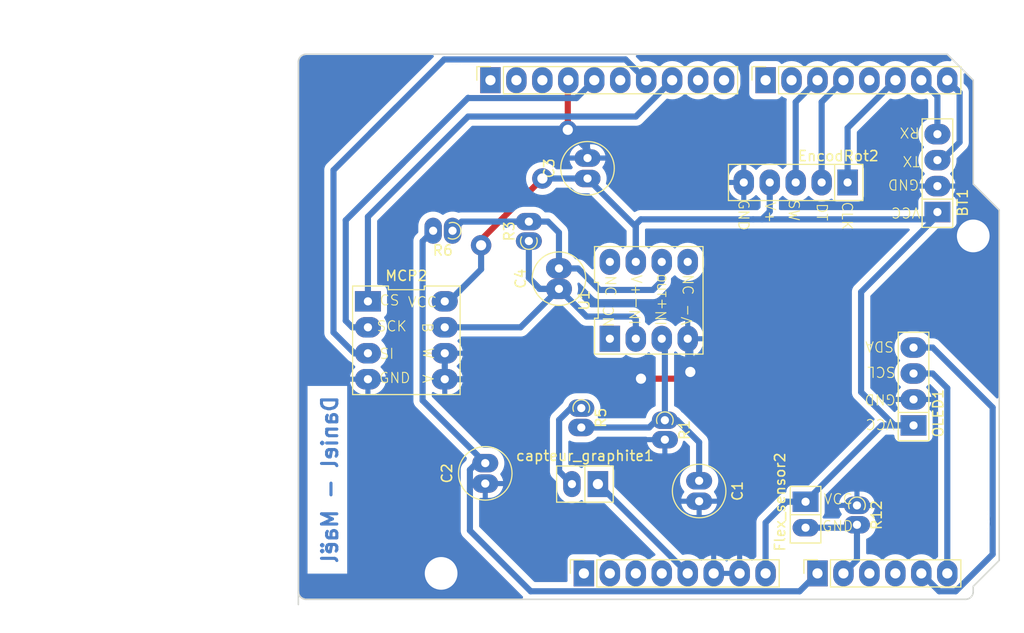
<source format=kicad_pcb>
(kicad_pcb (version 20221018) (generator pcbnew)
  (title_block (date "mar. 31 mars 2015"))
  (layers (0 "F.Cu" signal) (31 "B.Cu" signal) (34 "B.Paste" user) (35 "F.Paste" user) (36 "B.SilkS" user "B.Silkscreen") (37 "F.SilkS" user "F.Silkscreen") (38 "B.Mask" user) (39 "F.Mask" user) (44 "Edge.Cuts" user))
  (net 0 "")
  (net 1 "GND")
  (net 3 "/IOREF")
  (net 4 "/A2")
  (net 5 "/A3")
  (net 6 "/12")
  (net 7 "/AREF")
  (net 8 "/8")
  (net 9 "/7")
  (net 10 "/*9")
  (net 11 "/*6")
  (net 12 "/*3")
  (net 13 "+3V3")
  (net 14 "Vcc")
  (net 15 "/~{RESET}")
  (net 16 "Net-(C4-Pad2)")
  (net 17 "Net-(MCP2-B)")
  (net 18 "Net-(U1-+)")
  (net 21 "Net-(capteur_graphite1-SENSE)")
  (net 23 "A1")
  (net 24 "A0")
  (net 25 "SCL{slash}A5")
  (net 26 "SDA{slash}A4")
  (net 27 "TX")
  (net 28 "RX")
  (net 29 "D2")
  (net 30 "D4")
  (net 31 "D5")
  (net 32 "SCK")
  (net 33 "SI")
  (net 34 "SS")
  (footprint "Connector_PinSocket_2.54mm:PinSocket_1x08_P2.54mm_Vertical" (layer "F.Cu") (at 127.94 97.46 90)
    (fp_text reference "J1" hide)
    (fp_text value "Power")
    (fp_line (start -1.33 1.27) (end -1.33 19.11) (stroke (width 0.12)) (layer "F.SilkS"))
    (fp_line (start -1.33 1.27) (end 1.33 1.27) (stroke (width 0.12)) (layer "F.SilkS"))
    (fp_line (start -1.33 19.11) (end 1.33 19.11) (stroke (width 0.12)) (layer "F.SilkS"))
    (fp_line (start 0 -1.33) (end 1.33 -1.33) (stroke (width 0.12)) (layer "F.SilkS"))
    (fp_line (start 1.33 -1.33) (end 1.33 0) (stroke (width 0.12)) (layer "F.SilkS"))
    (fp_line (start 1.33 1.27) (end 1.33 19.11) (stroke (width 0.12)) (layer "F.SilkS"))
    (pad "1" thru_hole rect locked (at 0 0 90) (size 2.54 2) (drill 1) (layers "*.Cu" "*.Mask"))
    (pad "2" thru_hole oval locked (at 0 2.54 90) (size 2.54 2) (drill 1) (layers "*.Cu" "*.Mask") (net 3 "/IOREF"))
    (pad "3" thru_hole oval locked (at 0 5.08 90) (size 2.54 2) (drill 1) (layers "*.Cu" "*.Mask") (net 15 "/~{RESET}"))
    (pad "4" thru_hole oval locked (at 0 7.62 90) (size 2.54 2) (drill 1) (layers "*.Cu" "*.Mask") (net 13 "+3V3"))
    (pad "5" thru_hole oval locked (at 0 10.16 90) (size 2.54 2) (drill 1) (layers "*.Cu" "*.Mask") (net 14 "Vcc"))
    (pad "6" thru_hole oval locked (at 0 12.7 90) (size 2.54 2) (drill 1) (layers "*.Cu" "*.Mask") (net 1 "GND"))
    (pad "7" thru_hole oval locked (at 0 15.24 90) (size 2.54 2) (drill 1) (layers "*.Cu" "*.Mask") (net 1 "GND"))
    (pad "8" thru_hole oval locked (at 0 17.78 90) (size 2.54 2) (drill 1) (layers "*.Cu" "*.Mask") (net 14 "Vcc"))
  )
  (footprint "Connector_PinSocket_2.54mm:PinSocket_1x06_P2.54mm_Vertical" (layer "F.Cu") (at 150.8 97.46 90)
    (fp_text reference "J3" hide)
    (fp_text value "Analog")
    (fp_line (start -1.33 1.27) (end -1.33 14.03) (stroke (width 0.12)) (layer "F.SilkS"))
    (fp_line (start -1.33 1.27) (end 1.33 1.27) (stroke (width 0.12)) (layer "F.SilkS"))
    (fp_line (start -1.33 14.03) (end 1.33 14.03) (stroke (width 0.12)) (layer "F.SilkS"))
    (fp_line (start 0 -1.33) (end 1.33 -1.33) (stroke (width 0.12)) (layer "F.SilkS"))
    (fp_line (start 1.33 -1.33) (end 1.33 0) (stroke (width 0.12)) (layer "F.SilkS"))
    (fp_line (start 1.33 1.27) (end 1.33 14.03) (stroke (width 0.12)) (layer "F.SilkS"))
    (pad "1" thru_hole rect locked (at 0 0 90) (size 2.54 2) (drill 1) (layers "*.Cu" "*.Mask") (net 24 "A0"))
    (pad "2" thru_hole oval locked (at 0 2.54 90) (size 2.54 2) (drill 1) (layers "*.Cu" "*.Mask") (net 23 "A1"))
    (pad "3" thru_hole oval locked (at 0 5.08 90) (size 2.54 2) (drill 1) (layers "*.Cu" "*.Mask") (net 4 "/A2"))
    (pad "4" thru_hole oval locked (at 0 7.62 90) (size 2.54 2) (drill 1) (layers "*.Cu" "*.Mask") (net 5 "/A3"))
    (pad "5" thru_hole oval locked (at 0 10.16 90) (size 2.54 2) (drill 1) (layers "*.Cu" "*.Mask") (net 26 "SDA{slash}A4"))
    (pad "6" thru_hole oval locked (at 0 12.7 90) (size 2.54 2) (drill 1) (layers "*.Cu" "*.Mask") (net 25 "SCL{slash}A5"))
  )
  (footprint "Connector_PinSocket_2.54mm:PinSocket_1x10_P2.54mm_Vertical" (layer "F.Cu") (at 118.796 49.2 90)
    (fp_text reference "J2" hide)
    (fp_text value "Digital/PWM")
    (fp_line (start -1.33 1.27) (end -1.33 24.19) (stroke (width 0.12)) (layer "F.SilkS"))
    (fp_line (start -1.33 1.27) (end 1.33 1.27) (stroke (width 0.12)) (layer "F.SilkS"))
    (fp_line (start -1.33 24.19) (end 1.33 24.19) (stroke (width 0.12)) (layer "F.SilkS"))
    (fp_line (start 0 -1.33) (end 1.33 -1.33) (stroke (width 0.12)) (layer "F.SilkS"))
    (fp_line (start 1.33 -1.33) (end 1.33 0) (stroke (width 0.12)) (layer "F.SilkS"))
    (fp_line (start 1.33 1.27) (end 1.33 24.19) (stroke (width 0.12)) (layer "F.SilkS"))
    (pad "1" thru_hole rect locked (at 0 0 90) (size 2.54 2) (drill 1) (layers "*.Cu" "*.Mask") (net 25 "SCL{slash}A5"))
    (pad "2" thru_hole oval locked (at 0 2.54 90) (size 2.54 2) (drill 1) (layers "*.Cu" "*.Mask") (net 26 "SDA{slash}A4"))
    (pad "3" thru_hole oval locked (at 0 5.08 90) (size 2.54 2) (drill 1) (layers "*.Cu" "*.Mask") (net 7 "/AREF"))
    (pad "4" thru_hole oval locked (at 0 7.62 90) (size 2.54 2) (drill 1) (layers "*.Cu" "*.Mask") (net 1 "GND"))
    (pad "5" thru_hole oval locked (at 0 10.16 90) (size 2.54 2) (drill 1) (layers "*.Cu" "*.Mask") (net 32 "SCK"))
    (pad "6" thru_hole oval locked (at 0 12.7 90) (size 2.54 2) (drill 1) (layers "*.Cu" "*.Mask") (net 6 "/12"))
    (pad "7" thru_hole oval locked (at 0 15.24 90) (size 2.54 2) (drill 1) (layers "*.Cu" "*.Mask") (net 33 "SI"))
    (pad "8" thru_hole oval locked (at 0 17.78 90) (size 2.54 2) (drill 1) (layers "*.Cu" "*.Mask") (net 34 "SS"))
    (pad "9" thru_hole oval locked (at 0 20.32 90) (size 2.54 2) (drill 1) (layers "*.Cu" "*.Mask") (net 10 "/*9"))
    (pad "10" thru_hole oval locked (at 0 22.86 90) (size 2.54 2) (drill 1) (layers "*.Cu" "*.Mask") (net 8 "/8"))
  )
  (footprint "Connector_PinSocket_2.54mm:PinSocket_1x08_P2.54mm_Vertical" (layer "F.Cu") (at 145.72 49.2 90)
    (fp_text reference "J4" hide)
    (fp_text value "Digital/PWM")
    (fp_line (start -1.33 1.27) (end -1.33 19.11) (stroke (width 0.12)) (layer "F.SilkS"))
    (fp_line (start -1.33 1.27) (end 1.33 1.27) (stroke (width 0.12)) (layer "F.SilkS"))
    (fp_line (start -1.33 19.11) (end 1.33 19.11) (stroke (width 0.12)) (layer "F.SilkS"))
    (fp_line (start 0 -1.33) (end 1.33 -1.33) (stroke (width 0.12)) (layer "F.SilkS"))
    (fp_line (start 1.33 -1.33) (end 1.33 0) (stroke (width 0.12)) (layer "F.SilkS"))
    (fp_line (start 1.33 1.27) (end 1.33 19.11) (stroke (width 0.12)) (layer "F.SilkS"))
    (pad "1" thru_hole rect locked (at 0 0 90) (size 2.54 2) (drill 1) (layers "*.Cu" "*.Mask") (net 9 "/7"))
    (pad "2" thru_hole oval locked (at 0 2.54 90) (size 2.54 2) (drill 1) (layers "*.Cu" "*.Mask") (net 11 "/*6"))
    (pad "3" thru_hole oval locked (at 0 5.08 90) (size 2.54 2) (drill 1) (layers "*.Cu" "*.Mask") (net 31 "D5"))
    (pad "4" thru_hole oval locked (at 0 7.62 90) (size 2.54 2) (drill 1) (layers "*.Cu" "*.Mask") (net 30 "D4"))
    (pad "5" thru_hole oval locked (at 0 10.16 90) (size 2.54 2) (drill 1) (layers "*.Cu" "*.Mask") (net 12 "/*3"))
    (pad "6" thru_hole oval locked (at 0 12.7 90) (size 2.54 2) (drill 1) (layers "*.Cu" "*.Mask") (net 29 "D2"))
    (pad "7" thru_hole oval locked (at 0 15.24 90) (size 2.54 2) (drill 1) (layers "*.Cu" "*.Mask") (net 27 "TX"))
    (pad "8" thru_hole oval locked (at 0 17.78 90) (size 2.54 2) (drill 1) (layers "*.Cu" "*.Mask") (net 28 "RX"))
  )
  (footprint "Library_empreinte_graphite:OLED" (layer "F.Cu") (at 160.198 79.172 90)
    (fp_text reference "OLED1" (at -2.6162 2.413 90) (layer "F.SilkS"))
    (fp_text value "~")
    (fp_text user "VCC" (at -3.0988 -1.778 180 unlocked) (layer "F.SilkS") (effects (font (thickness 0.1)) (justify left bottom)))
    (fp_text user "GND" (at -0.6858 -1.6764 180 unlocked) (layer "F.SilkS") (effects (font (thickness 0.1)) (justify left bottom)))
    (fp_text user "SCL" (at 2.0066 -1.7018 180 unlocked) (layer "F.SilkS") (effects (font (thickness 0.1)) (justify left bottom)))
    (fp_text user "SDA" (at 4.4958 -1.8542 180 unlocked) (layer "F.SilkS") (effects (font (thickness 0.1)) (justify left bottom)))
    (fp_line (start -5.31 -1.5) (end 5.31 -1.5) (stroke (width 0.12)) (layer "F.SilkS"))
    (fp_line (start -5.31 1.5) (end -5.31 -1.5) (stroke (width 0.12)) (layer "F.SilkS"))
    (fp_line (start -2.54 -1.5) (end -2.54 1.5) (stroke (width 0.12)) (layer "F.SilkS"))
    (fp_line (start 5.31 -1.5) (end 5.31 1.5) (stroke (width 0.12)) (layer "F.SilkS"))
    (fp_line (start 5.31 1.5) (end -5.31 1.5) (stroke (width 0.12)) (layer "F.SilkS"))
    (pad "1" thru_hole rect (at -3.81 0 90) (size 2 2.54) (drill 0.8) (layers "*.Cu" "*.Mask") (net 14 "Vcc"))
    (pad "2" thru_hole oval (at -1.27 0 90) (size 2 2.54) (drill 0.8) (layers "*.Cu" "*.Mask") (net 1 "GND"))
    (pad "3" thru_hole oval (at 1.27 0 90) (size 2 2.54) (drill 0.8) (layers "*.Cu" "*.Mask") (net 25 "SCL{slash}A5"))
    (pad "4" thru_hole oval (at 3.81 0 90) (size 2 2.54) (drill 0.8) (layers "*.Cu" "*.Mask") (net 26 "SDA{slash}A4"))
  )
  (footprint "Library_empreinte_graphite:LTC1050" (layer "F.Cu") (at 134.29 70.74)
    (fp_text reference "U1" (at -6.31 0 90) (layer "F.SilkS"))
    (fp_text value "LTC1050")
    (fp_text user "NC" (at 3.2258 -2.6162 -90 unlocked) (layer "F.SilkS") (effects (font (thickness 0.1)) (justify left bottom)))
    (fp_text user "NC" (at -3.3274 2.6924 90 unlocked) (layer "F.SilkS") (effects (font (thickness 0.1)) (justify left bottom)))
    (fp_text user "V-" (at 4.318 2.5146 90 unlocked) (layer "F.SilkS") (effects (font (thickness 0.1)) (justify left bottom)))
    (fp_text user "IN-" (at -0.7366 2.4638 90 unlocked) (layer "F.SilkS") (effects (font (thickness 0.1)) (justify left bottom)))
    (fp_text user "OUT" (at 0.762 -2.6416 270 unlocked) (layer "F.SilkS") (effects (font (size 0.8 0.8) (thickness 0.1)) (justify left bottom)))
    (fp_text user "NC" (at -4.3434 -2.5146 -90 unlocked) (layer "F.SilkS") (effects (font (thickness 0.1)) (justify left bottom)))
    (fp_text user "V+" (at -1.8034 -2.5654 -90 unlocked) (layer "F.SilkS") (effects (font (thickness 0.1)) (justify left bottom)))
    (fp_text user "IN+" (at 1.8034 2.5654 90 unlocked) (layer "F.SilkS") (effects (font (thickness 0.1)) (justify left bottom)))
    (fp_line (start -5.31 -5.26) (end -5.31 -1.753333) (stroke (width 0.12)) (layer "F.SilkS"))
    (fp_line (start -5.31 -1.753333) (end -4.95 -1.753333) (stroke (width 0.12)) (layer "F.SilkS"))
    (fp_line (start -5.31 1.753333) (end -5.31 5.26) (stroke (width 0.12)) (layer "F.SilkS"))
    (fp_line (start -5.31 5.26) (end 5.31 5.26) (stroke (width 0.12)) (layer "F.SilkS"))
    (fp_line (start -4.95 -1.753333) (end -4.95 1.753333) (stroke (width 0.12)) (layer "F.SilkS"))
    (fp_line (start -4.95 1.753333) (end -5.31 1.753333) (stroke (width 0.12)) (layer "F.SilkS"))
    (fp_line (start 5.31 -5.26) (end -5.31 -5.26) (stroke (width 0.12)) (layer "F.SilkS"))
    (fp_line (start 5.31 5.26) (end 5.31 -5.26) (stroke (width 0.12)) (layer "F.SilkS"))
    (pad "1" thru_hole rect (at -3.81 3.76) (size 2 2.54) (drill 0.8) (layers "*.Cu" "*.Mask"))
    (pad "2" thru_hole oval (at -1.27 3.76) (size 2 2.54) (drill 0.8) (layers "*.Cu" "*.Mask") (net 17 "Net-(MCP2-B)"))
    (pad "3" thru_hole oval (at 1.27 3.76) (size 2 2.54) (drill 0.8) (layers "*.Cu" "*.Mask") (net 18 "Net-(U1-+)"))
    (pad "4" thru_hole oval (at 3.81 3.76) (size 2 2.54) (drill 0.8) (layers "*.Cu" "*.Mask") (net 1 "GND"))
    (pad "5" thru_hole oval (at 3.81 -3.76) (size 2 2.54) (drill 0.8) (layers "*.Cu" "*.Mask"))
    (pad "6" thru_hole oval (at 1.27 -3.76) (size 2 2.54) (drill 0.8) (layers "*.Cu" "*.Mask") (net 16 "Net-(C4-Pad2)"))
    (pad "7" thru_hole oval (at -1.27 -3.76) (size 2 2.54) (drill 0.8) (layers "*.Cu" "*.Mask") (net 14 "Vcc"))
    (pad "8" thru_hole oval (at -3.81 -3.76) (size 2 2.54) (drill 0.8) (layers "*.Cu" "*.Mask"))
  )
  (footprint "Capacitor_THT:C_Radial_D5.0mm_H5.0mm_P2.00mm" (layer "F.Cu") (at 125.5016 69.6216 90)
    (fp_text reference "C4" (at 1 -3.75 90) (layer "F.SilkS"))
    (fp_text value "1u")
    (fp_circle (center 1 0) (end 3.62 0) (stroke (width 0.12)) (fill none) (layer "F.SilkS"))
    (pad "1" thru_hole oval (at 0 0 90) (size 2 2.54) (drill 0.8) (layers "*.Cu" "*.Mask") (net 17 "Net-(MCP2-B)"))
    (pad "2" thru_hole oval (at 2 0 90) (size 2 2.54) (drill 0.8) (layers "*.Cu" "*.Mask") (net 16 "Net-(C4-Pad2)"))
  )
  (footprint "Library_empreinte_graphite:Encodeur" (layer "F.Cu") (at 148.6664 59.2076 180)
    (fp_text reference "EncodRot2" (at -4.1656 2.5908) (layer "F.SilkS"))
    (fp_text value "~")
    (fp_text user "SW" (at 0.762 -1.6256 270 unlocked) (layer "F.SilkS") (effects (font (thickness 0.1)) (justify left bottom)))
    (fp_text user "DT" (at -1.9812 -1.9558 270 unlocked) (layer "F.SilkS") (effects (font (thickness 0.1)) (justify left bottom)))
    (fp_text user "CLK" (at -4.445 -1.8034 270 unlocked) (layer "F.SilkS") (effects (font (thickness 0.1)) (justify left bottom)))
    (fp_text user "V+" (at 3.0734 -1.8288 270 unlocked) (layer "F.SilkS") (effects (font (thickness 0.1)) (justify left bottom)))
    (fp_text user "GND" (at 5.6896 -1.6002 270 unlocked) (layer "F.SilkS") (effects (font (thickness 0.1)) (justify left bottom)))
    (fp_line (start -6.58 -1.77) (end 6.58 -1.77) (stroke (width 0.12)) (layer "F.SilkS"))
    (fp_line (start -6.58 1.77) (end -6.58 -1.77) (stroke (width 0.12)) (layer "F.SilkS"))
    (fp_line (start -3.81 -1.77) (end -3.81 1.77) (stroke (width 0.12)) (layer "F.SilkS"))
    (fp_line (start 6.58 -1.77) (end 6.58 1.77) (stroke (width 0.12)) (layer "F.SilkS"))
    (fp_line (start 6.58 1.77) (end -6.58 1.77) (stroke (width 0.12)) (layer "F.SilkS"))
    (pad "1" thru_hole rect (at -5.08 0 180) (size 2 2.54) (drill 0.8) (layers "*.Cu" "*.Mask") (net 29 "D2"))
    (pad "2" thru_hole oval (at -2.54 0 180) (size 2 2.54) (drill 0.8) (layers "*.Cu" "*.Mask") (net 30 "D4"))
    (pad "3" thru_hole oval (at 0 0 180) (size 2 2.54) (drill 0.8) (layers "*.Cu" "*.Mask") (net 31 "D5"))
    (pad "4" thru_hole oval (at 2.54 0 180) (size 2 2.54) (drill 0.8) (layers "*.Cu" "*.Mask") (net 14 "Vcc"))
    (pad "5" thru_hole oval (at 5.08 0 180) (size 2 2.54) (drill 0.8) (layers "*.Cu" "*.Mask") (net 1 "GND"))
  )
  (footprint "Resistor_THT:R_Axial_DIN0204_L3.6mm_D1.6mm_P1.90mm_Vertical" (layer "F.Cu") (at 154.6608 90.8052 -90)
    (fp_text reference "R12" (at 0.95 -1.92 -270) (layer "F.SilkS"))
    (fp_text value "56.4K")
    (fp_arc (start 0.320095 0.749359) (mid -0.813042 -0.054435) (end 0.417133 -0.7) (stroke (width 0.12)) (layer "F.SilkS"))
    (pad "1" thru_hole oval (at 0 0 270) (size 1.7 2.54) (drill 0.8) (layers "*.Cu" "*.Mask") (net 1 "GND"))
    (pad "2" thru_hole oval (at 1.9 0 270) (size 1.7 2.54) (drill 0.8) (layers "*.Cu" "*.Mask") (net 23 "A1"))
  )
  (footprint "Library_empreinte_graphite:Bluetooth" (layer "F.Cu") (at 162.5348 58.2932 90)
    (fp_text reference "BT1" (at -2.8956 2.4638 90) (layer "F.SilkS"))
    (fp_text value "~")
    (fp_text user "RX" (at 4.5466 -1.6764 180 unlocked) (layer "F.SilkS") (effects (font (thickness 0.1)) (justify left bottom)))
    (fp_text user "VCC" (at -3.2766 -1.6002 180 unlocked) (layer "F.SilkS") (effects (font (thickness 0.1)) (justify left bottom)))
    (fp_text user "GND" (at -0.5334 -1.7272 180 unlocked) (layer "F.SilkS") (effects (font (thickness 0.1)) (justify left bottom)))
    (fp_text user "TX" (at 1.7526 -1.6256 180 unlocked) (layer "F.SilkS") (effects (font (thickness 0.1)) (justify left bottom)))
    (fp_line (start -5.31 -1.5) (end 5.31 -1.5) (stroke (width 0.12)) (layer "F.SilkS"))
    (fp_line (start -5.31 1.5) (end -5.31 -1.5) (stroke (width 0.12)) (layer "F.SilkS"))
    (fp_line (start -2.54 -1.5) (end -2.54 1.5) (stroke (width 0.12)) (layer "F.SilkS"))
    (fp_line (start 5.31 -1.5) (end 5.31 1.5) (stroke (width 0.12)) (layer "F.SilkS"))
    (fp_line (start 5.31 1.5) (end -5.31 1.5) (stroke (width 0.12)) (layer "F.SilkS"))
    (pad "1" thru_hole rect (at -3.81 0 90) (size 2 2.54) (drill 0.8) (layers "*.Cu" "*.Mask") (net 14 "Vcc"))
    (pad "2" thru_hole oval (at -1.27 0 90) (size 2 2.54) (drill 0.8) (layers "*.Cu" "*.Mask") (net 1 "GND"))
    (pad "3" thru_hole oval (at 1.27 0 90) (size 2 2.54) (drill 0.8) (layers "*.Cu" "*.Mask") (net 28 "RX"))
    (pad "4" thru_hole oval (at 3.81 0 90) (size 2 2.54) (drill 0.8) (layers "*.Cu" "*.Mask") (net 27 "TX"))
  )
  (footprint "Resistor_THT:R_Axial_DIN0204_L3.6mm_D1.6mm_P1.90mm_Vertical" (layer "F.Cu") (at 127.686 81.2852 -90)
    (fp_text reference "R5" (at 0.95 -1.92 -270) (layer "F.SilkS"))
    (fp_text value "10k")
    (fp_arc (start 0.320095 0.749359) (mid -0.813042 -0.054435) (end 0.417133 -0.7) (stroke (width 0.12)) (layer "F.SilkS"))
    (pad "1" thru_hole oval (at 0 0 270) (size 1.7 2.54) (drill 0.8) (layers "*.Cu" "*.Mask") (net 21 "Net-(capteur_graphite1-SENSE)"))
    (pad "2" thru_hole oval (at 1.9 0 270) (size 1.7 2.54) (drill 0.8) (layers "*.Cu" "*.Mask") (net 18 "Net-(U1-+)"))
  )
  (footprint "Resistor_THT:R_Axial_DIN0204_L3.6mm_D1.6mm_P1.90mm_Vertical" (layer "F.Cu") (at 135.8648 82.474 -90)
    (fp_text reference "R1" (at 0.95 -1.92 90) (layer "F.SilkS"))
    (fp_text value "100K")
    (fp_arc (start 0.320095 0.749359) (mid -0.813042 -0.054435) (end 0.417133 -0.7) (stroke (width 0.12)) (layer "F.SilkS"))
    (pad "1" thru_hole oval (at 0 0 270) (size 1.7 2.54) (drill 0.8) (layers "*.Cu" "*.Mask") (net 18 "Net-(U1-+)"))
    (pad "2" thru_hole oval (at 1.9 0 270) (size 1.7 2.54) (drill 0.8) (layers "*.Cu" "*.Mask") (net 1 "GND"))
  )
  (footprint "Library_empreinte_graphite:FLEX" (layer "F.Cu") (at 149.6316 91.7196 -90)
    (fp_text reference "Flex_sensor2" (at -1.2446 2.5 90) (layer "F.SilkS"))
    (fp_text value "~")
    (fp_text user "VCC" (at -0.9398 -1.7018 unlocked) (layer "F.SilkS") (effects (font (thickness 0.1)) (justify left bottom)))
    (fp_text user "GND" (at 1.7018 -1.5494 unlocked) (layer "F.SilkS") (effects (font (thickness 0.1)) (justify left bottom)))
    (fp_line (start -2.77 -1.5) (end 2.77 -1.5) (stroke (width 0.12)) (layer "F.SilkS"))
    (fp_line (start -2.77 1.5) (end -2.77 -1.5) (stroke (width 0.12)) (layer "F.SilkS"))
    (fp_line (start 0 -1.5) (end 0 1.5) (stroke (width 0.12)) (layer "F.SilkS"))
    (fp_line (start 2.77 -1.5) (end 2.77 1.5) (stroke (width 0.12)) (layer "F.SilkS"))
    (fp_line (start 2.77 1.5) (end -2.77 1.5) (stroke (width 0.12)) (layer "F.SilkS"))
    (pad "1" thru_hole rect (at -1.27 0 270) (size 2 2.54) (drill 0.8) (layers "*.Cu" "*.Mask") (net 14 "Vcc"))
    (pad "2" thru_hole oval (at 1.27 0 270) (size 1.7 2.54) (drill 0.8) (layers "*.Cu" "*.Mask") (net 23 "A1"))
  )
  (footprint "Arduino_MountingHole:MountingHole_3.2mm" (layer "F.Cu") (at 115.24 49.2)
    (fp_text reference "MH1" hide)
    (fp_text value "MountingHole_3.2mm" hide)
    (pad "" np_thru_hole circle locked (at 0 0) (size 3.2 3.2) (drill 3.2) (layers "*.Cu" "*.Mask"))
  )
  (footprint "Resistor_THT:R_Axial_DIN0204_L3.6mm_D1.6mm_P1.90mm_Vertical" (layer "F.Cu") (at 122.5552 64.9386 90)
    (fp_text reference "R3" (at 0.95 -1.92 90) (layer "F.SilkS"))
    (fp_text value "100k")
    (fp_arc (start 0.320095 0.749359) (mid -0.813042 -0.054435) (end 0.417133 -0.7) (stroke (width 0.12)) (layer "F.SilkS"))
    (pad "1" thru_hole oval (at 0 0 90) (size 1.7 2.54) (drill 0.8) (layers "*.Cu" "*.Mask") (net 17 "Net-(MCP2-B)"))
    (pad "2" thru_hole oval (at 1.9 0 90) (size 1.7 2.54) (drill 0.8) (layers "*.Cu" "*.Mask") (net 16 "Net-(C4-Pad2)"))
  )
  (footprint "Capacitor_THT:C_Radial_D5.0mm_H5.0mm_P2.00mm" (layer "F.Cu") (at 118.288 88.6716 90)
    (fp_text reference "C2" (at 1 -3.75 90) (layer "F.SilkS"))
    (fp_text value "100n")
    (fp_circle (center 1 0) (end 3.62 0) (stroke (width 0.12)) (fill none) (layer "F.SilkS"))
    (pad "1" thru_hole oval (at 0 0 90) (size 1.8 2.54) (drill 0.8) (layers "*.Cu" "*.Mask") (net 1 "GND"))
    (pad "2" thru_hole oval (at 2 0 90) (size 1.8 2.54) (drill 0.8) (layers "*.Cu" "*.Mask") (net 24 "A0"))
  )
  (footprint "Capacitor_THT:C_Radial_D5.0mm_H5.0mm_P2.00mm" (layer "F.Cu") (at 139.2176 88.3988 -90)
    (fp_text reference "C1" (at 1 -3.75 -90) (layer "F.SilkS"))
    (fp_text value "100N")
    (fp_circle (center 1 0) (end 3.62 0) (stroke (width 0.12)) (fill none) (layer "F.SilkS"))
    (pad "1" thru_hole oval (at 0 0 270) (size 1.7 2.54) (drill 0.8) (layers "*.Cu" "*.Mask") (net 18 "Net-(U1-+)"))
    (pad "2" thru_hole oval (at 2 0 270) (size 1.7 2.54) (drill 0.8) (layers "*.Cu" "*.Mask") (net 1 "GND"))
  )
  (footprint "Arduino_MountingHole:MountingHole_3.2mm" (layer "F.Cu") (at 113.97 97.46)
    (fp_text reference "MH2" hide)
    (fp_text value "MountingHole_3.2mm" hide)
    (pad "" np_thru_hole circle locked (at 0 0) (size 3.2 3.2) (drill 3.2) (layers "*.Cu" "*.Mask"))
  )
  (footprint "Arduino_MountingHole:MountingHole_3.2mm" (layer "F.Cu") (at 166.04 64.44)
    (fp_text reference "MH3" hide)
    (fp_text value "MountingHole_3.2mm" hide)
    (pad "" np_thru_hole circle locked (at 0 0) (size 3.2 3.2) (drill 3.2) (layers "*.Cu" "*.Mask"))
  )
  (footprint "Capacitor_THT:C_Radial_D5.0mm_H5.0mm_P2.00mm" (layer "F.Cu") (at 128.2956 58.82 90)
    (fp_text reference "C3" (at 1 -3.75 90) (layer "F.SilkS"))
    (fp_text value "100N")
    (fp_circle (center 1 0) (end 3.62 0) (stroke (width 0.12)) (fill none) (layer "F.SilkS"))
    (pad "1" thru_hole oval (at 0 0 90) (size 1.7 2.54) (drill 0.8) (layers "*.Cu" "*.Mask") (net 14 "Vcc"))
    (pad "2" thru_hole oval (at 2 0 90) (size 1.7 2.54) (drill 0.8) (layers "*.Cu" "*.Mask") (net 1 "GND"))
  )
  (footprint "Arduino_MountingHole:MountingHole_3.2mm" (layer "F.Cu") (at 166.04 92.38)
    (fp_text reference "MH4" hide)
    (fp_text value "MountingHole_3.2mm" hide)
    (pad "" np_thru_hole circle locked (at 0 0) (size 3.2 3.2) (drill 3.2) (layers "*.Cu" "*.Mask"))
  )
  (footprint "Library_empreinte_graphite:MCP41050" (layer "F.Cu") (at 110.5672 74.6508 -90)
    (fp_text reference "MCP2" (at -6.31 0) (layer "F.SilkS"))
    (fp_text value "~")
    (fp_text user "SI" (at 1.905 2.6924 unlocked) (layer "F.SilkS") (effects (font (thickness 0.1)) (justify left bottom)))
    (fp_text user "W" (at 0.635 -1.5494 -90 unlocked) (layer "F.SilkS") (effects (font (thickness 0.1)) (justify left bottom)))
    (fp_text user "GND" (at 4.2672 2.7178 unlocked) (layer "F.SilkS") (effects (font (thickness 0.1)) (justify left bottom)))
    (fp_text user "A" (at 3.2766 -1.4986 -90 unlocked) (layer "F.SilkS") (effects (font (thickness 0.1)) (justify left bottom)))
    (fp_text user "CS" (at -3.3274 2.6924 unlocked) (layer "F.SilkS") (effects (font (thickness 0.1)) (justify left bottom)))
    (fp_text user "VCC" (at -3.1496 -0.0762 unlocked) (layer "F.SilkS") (effects (font (thickness 0.1)) (justify left bottom)))
    (fp_text user "SCK" (at -0.7874 2.9718 unlocked) (layer "F.SilkS") (effects (font (thickness 0.1)) (justify left bottom)))
    (fp_text user "B" (at -1.8034 -1.4732 -90 unlocked) (layer "F.SilkS") (effects (font (thickness 0.1)) (justify left bottom)))
    (fp_line (start -5.31 -5.26) (end -5.31 -1.753333) (stroke (width 0.12)) (layer "F.SilkS"))
    (fp_line (start -5.31 -1.753333) (end -4.95 -1.753333) (stroke (width 0.12)) (layer "F.SilkS"))
    (fp_line (start -5.31 1.753333) (end -5.31 5.26) (stroke (width 0.12)) (layer "F.SilkS"))
    (fp_line (start -5.31 5.26) (end 5.31 5.26) (stroke (width 0.12)) (layer "F.SilkS"))
    (fp_line (start -4.95 -1.753333) (end -4.95 1.753333) (stroke (width 0.12)) (layer "F.SilkS"))
    (fp_line (start -4.95 1.753333) (end -5.31 1.753333) (stroke (width 0.12)) (layer "F.SilkS"))
    (fp_line (start 5.31 -5.26) (end -5.31 -5.26) (stroke (width 0.12)) (layer "F.SilkS"))
    (fp_line (start 5.31 5.26) (end 5.31 -5.26) (stroke (width 0.12)) (layer "F.SilkS"))
    (pad "1" thru_hole rect (at -3.81 3.76 270) (size 2 2.54) (drill 0.8) (layers "*.Cu" "*.Mask") (net 34 "SS"))
    (pad "2" thru_hole oval (at -1.27 3.76 270) (size 2 2.54) (drill 0.8) (layers "*.Cu" "*.Mask") (net 32 "SCK"))
    (pad "3" thru_hole oval (at 1.27 3.76 270) (size 2 2.54) (drill 0.8) (layers "*.Cu" "*.Mask") (net 33 "SI"))
    (pad "4" thru_hole oval (at 3.81 3.76 270) (size 2 2.54) (drill 0.8) (layers "*.Cu" "*.Mask") (net 1 "GND"))
    (pad "5" thru_hole oval (at 3.81 -3.76 270) (size 2 2.54) (drill 0.8) (layers "*.Cu" "*.Mask") (net 1 "GND"))
    (pad "6" thru_hole oval (at 1.27 -3.76 270) (size 2 2.54) (drill 0.8) (layers "*.Cu" "*.Mask") (net 1 "GND"))
    (pad "7" thru_hole oval (at -1.27 -3.76 270) (size 2 2.54) (drill 0.8) (layers "*.Cu" "*.Mask") (net 17 "Net-(MCP2-B)"))
    (pad "8" thru_hole oval (at -3.81 -3.76 270) (size 2 2.54) (drill 0.8) (layers "*.Cu" "*.Mask") (net 14 "Vcc"))
  )
  (footprint "Library_empreinte_graphite:Capteur_graphite" (layer "F.Cu") (at 128.0416 88.7224 180)
    (fp_text reference "capteur_graphite1" (at 0 2.77) (layer "F.SilkS"))
    (fp_text value "~")
    (fp_line (start -2.77 -1.77) (end 2.77 -1.77) (stroke (width 0.12)) (layer "F.SilkS"))
    (fp_line (start -2.77 1.77) (end -2.77 -1.77) (stroke (width 0.12)) (layer "F.SilkS"))
    (fp_line (start 0 -1.77) (end 0 1.77) (stroke (width 0.12)) (layer "F.SilkS"))
    (fp_line (start 2.77 -1.77) (end 2.77 1.77) (stroke (width 0.12)) (layer "F.SilkS"))
    (fp_line (start 2.77 1.77) (end -2.77 1.77) (stroke (width 0.12)) (layer "F.SilkS"))
    (pad "1" thru_hole rect (at -1.27 0 180) (size 2 2.54) (drill 1) (layers "*.Cu" "*.Mask") (net 14 "Vcc"))
    (pad "2" thru_hole oval (at 1.27 0 180) (size 1.7 2.54) (drill 0.8) (layers "*.Cu" "*.Mask") (net 21 "Net-(capteur_graphite1-SENSE)"))
  )
  (footprint "Resistor_THT:R_Axial_DIN0204_L3.6mm_D1.6mm_P1.90mm_Vertical" (layer "F.Cu") (at 115.0876 63.932 180)
    (fp_text reference "R6" (at 0.95 -1.92) (layer "F.SilkS"))
    (fp_text value "1k")
    (fp_arc (start 0.320095 0.749359) (mid -0.813042 -0.054435) (end 0.417133 -0.7) (stroke (width 0.12)) (layer "F.SilkS"))
    (pad "1" thru_hole oval (at 0 0 180) (size 1.7 2.54) (drill 0.8) (layers "*.Cu" "*.Mask") (net 16 "Net-(C4-Pad2)"))
    (pad "2" thru_hole oval (at 1.9 0 180) (size 1.7 2.54) (drill 0.8) (layers "*.Cu" "*.Mask") (net 24 "A0"))
  )
  (gr_line (start 166.04 59.36) (end 168.58 61.9) (stroke (width 0.15)) (layer "Edge.Cuts"))
  (gr_line (start 100 100.508) (end 100 47.422) (stroke (width 0.15)) (layer "Edge.Cuts"))
  (gr_line (start 168.58 61.9) (end 168.58 96.19) (stroke (width 0.15)) (layer "Edge.Cuts"))
  (gr_line (start 165.278 100) (end 100.762 100) (stroke (width 0.15)) (layer "Edge.Cuts"))
  (gr_line (start 100.762 46.66) (end 163.5 46.66) (stroke (width 0.15)) (layer "Edge.Cuts"))
  (gr_arc (start 100.762 100) (mid 100.223185 99.776815) (end 100 99.238) (stroke (width 0.15)) (layer "Edge.Cuts"))
  (gr_line (start 168.58 96.19) (end 166.04 98.73) (stroke (width 0.15)) (layer "Edge.Cuts"))
  (gr_line (start 163.5 46.66) (end 166.04 49.2) (stroke (width 0.15)) (layer "Edge.Cuts"))
  (gr_arc (start 166.04 99.238) (mid 165.816815 99.776815) (end 165.278 100) (stroke (width 0.15)) (layer "Edge.Cuts"))
  (gr_line (start 166.04 49.2) (end 166.04 59.36) (stroke (width 0.15)) (layer "Edge.Cuts"))
  (gr_line (start 166.04 98.73) (end 166.04 99.238) (stroke (width 0.15)) (layer "Edge.Cuts"))
  (gr_arc (start 100 47.422) (mid 100.223185 46.883185) (end 100.762 46.66) (stroke (width 0.15)) (layer "Edge.Cuts"))
  (gr_text "Daniel - Maël" (at 103.9624 79.934 90) (layer "B.Cu") (effects (font (size 1.5 1.5) (thickness 0.3) bold) (justify left bottom mirror)))
  (segment (start 135.6616 78.41) (end 137.6936 78.41) (width 0.6) (layer "F.Cu") (net 1))
  (segment (start 133.528 78.41) (end 135.6616 78.41) (width 0.6) (layer "F.Cu") (net 1))
  (segment (start 137.6936 78.41) (end 138.354 77.7496) (width 0.6) (layer "F.Cu") (net 1))
  (segment (start 126.3652 49.2508) (end 126.416 49.2) (width 0.6) (layer "F.Cu") (net 1))
  (segment (start 126.3652 54.0555) (end 126.3652 49.2508) (width 0.6) (layer "F.Cu") (net 1))
  (via (at 126.3652 54.0555) (size 1.8) (drill 1) (layers "F.Cu" "B.Cu") (net 1))
  (via (at 133.528 78.41) (size 2) (drill 1) (layers "F.Cu" "B.Cu") (net 1))
  (via (at 138.354 77.7496) (size 2) (drill 1) (layers "F.Cu" "B.Cu") (net 1))
  (segment (start 128.2956 55.9859) (end 126.3652 54.0555) (width 0.6) (layer "B.Cu") (net 1))
  (segment (start 128.6512 57.1756) (end 128.2956 56.82) (width 0.6) (layer "B.Cu") (net 1))
  (segment (start 138.354 77.7496) (end 138.354 74.754) (width 0.6) (layer "B.Cu") (net 1))
  (segment (start 133.4772 78.4608) (end 133.528 78.41) (width 0.6) (layer "B.Cu") (net 1))
  (segment (start 128.2956 56.82) (end 128.2956 55.9859) (width 0.6) (layer "B.Cu") (net 1))
  (segment (start 114.3272 78.4608) (end 114.3272 75.9208) (width 0.6) (layer "B.Cu") (net 1))
  (segment (start 107.224206 78.4608) (end 106.8072 78.4608) (width 0.6) (layer "B.Cu") (net 1))
  (segment (start 114.3272 78.4608) (end 133.4772 78.4608) (width 0.6) (layer "B.Cu") (net 1))
  (segment (start 138.354 74.754) (end 138.1 74.5) (width 0.6) (layer "B.Cu") (net 1))
  (segment (start 106.8072 78.4608) (end 107.228672 78.4608) (width 0.6) (layer "B.Cu") (net 1))
  (segment (start 117.8816 65.3544) (end 117.8816 64.817326) (width 0.6) (layer "F.Cu") (net 14))
  (segment (start 132.8168 66.7768) (end 133.02 66.98) (width 0.6) (layer "F.Cu") (net 14))
  (segment (start 117.8816 64.817326) (end 123.878926 58.82) (width 0.6) (layer "F.Cu") (net 14))
  (via (at 123.878926 58.82) (size 2) (drill 1) (layers "F.Cu" "B.Cu") (net 14))
  (via (at 117.8816 65.3544) (size 2) (drill 1) (layers "F.Cu" "B.Cu") (net 14))
  (segment (start 145.72 92.4912) (end 147.7616 90.4496) (width 0.6) (layer "B.Cu") (net 14))
  (segment (start 138.1 97.46) (end 129.3624 88.7224) (width 0.6) (layer "B.Cu") (net 14))
  (segment (start 158.328 82.982) (end 160.198 82.982) (width 0.6) (layer "B.Cu") (net 14))
  (segment (start 155.0672 69.9264) (end 155.0672 79.7212) (width 0.6) (layer "B.Cu") (net 14))
  (segment (start 133.02 66.98) (end 133.02 63.3073) (width 0.6) (layer "B.Cu") (net 14))
  (segment (start 129.3624 88.7224) (end 129.3116 88.7224) (width 0.6) (layer "B.Cu") (net 14))
  (segment (start 155.0672 79.7212) (end 158.328 82.982) (width 0.6) (layer "B.Cu") (net 14))
  (segment (start 162.1792 62.8144) (end 155.0672 69.9264) (width 0.6) (layer "B.Cu") (net 14))
  (segment (start 133.02 66.9292) (end 133.02 66.98) (width 0.6) (layer "B.Cu") (net 14))
  (segment (start 133.02 66.98) (end 133.02 63.5444) (width 0.6) (layer "B.Cu") (net 14))
  (segment (start 144.5008 62.8144) (end 145.3644 62.8144) (width 0.6) (layer "B.Cu") (net 14))
  (segment (start 133.02 66.9292) (end 132.8168 66.726) (width 0.6) (layer "B.Cu") (net 14))
  (segment (start 133.02 66.98) (end 133.02 67.1324) (width 0.6) (layer "B.Cu") (net 14))
  (segment (start 157.0992 82.982) (end 149.6316 90.4496) (width 0.6) (layer "B.Cu") (net 14))
  (segment (start 145.3644 62.8144) (end 162.1792 62.8144) (width 0.6) (layer "B.Cu") (net 14))
  (segment (start 114.3272 70.8408) (end 114.744206 70.8408) (width 0.6) (layer "B.Cu") (net 14))
  (segment (start 145.72 97.46) (end 145.72 92.4912) (width 0.6) (layer "B.Cu") (net 14))
  (segment (start 133.02 63.3073) (end 133.5129 62.8144) (width 0.6) (layer "B.Cu") (net 14))
  (segment (start 147.7616 90.4496) (end 149.6316 90.4496) (width 0.6) (layer "B.Cu") (net 14))
  (segment (start 146.1264 62.0524) (end 145.3644 62.8144) (width 0.6) (layer "B.Cu") (net 14))
  (segment (start 133.02 67.1324) (end 133.66 67.1324) (width 0.6) (layer "B.Cu") (net 14))
  (segment (start 160.198 82.982) (end 157.0992 82.982) (width 0.6) (layer "B.Cu") (net 14))
  (segment (start 123.878926 58.82) (end 128.2956 58.82) (width 0.6) (layer "B.Cu") (net 14))
  (segment (start 117.8816 67.703406) (end 117.8816 65.3544) (width 0.6) (layer "B.Cu") (net 14))
  (segment (start 133.5129 62.8144) (end 144.5008 62.8144) (width 0.6) (layer "B.Cu") (net 14))
  (segment (start 133.02 63.5444) (end 128.2956 58.82) (width 0.6) (layer "B.Cu") (net 14))
  (segment (start 114.744206 70.8408) (end 117.8816 67.703406) (width 0.6) (layer "B.Cu") (net 14))
  (segment (start 146.1264 59.2076) (end 146.1264 62.0524) (width 0.6) (layer "B.Cu") (net 14))
  (segment (start 125.5016 67.6216) (end 125.5016 64.115) (width 0.6) (layer "B.Cu") (net 16))
  (segment (start 120.6852 63.0386) (end 122.5552 63.0386) (width 0.6) (layer "B.Cu") (net 16))
  (segment (start 115.981 63.0386) (end 122.5552 63.0386) (width 0.6) (layer "B.Cu") (net 16))
  (segment (start 135.56 68.85) (end 134.6868 69.7232) (width 0.6) (layer "B.Cu") (net 16))
  (segment (start 120.3708 63.353) (end 120.6852 63.0386) (width 0.6) (layer "B.Cu") (net 16))
  (segment (start 124.4252 63.0386) (end 122.5552 63.0386) (width 0.6) (layer "B.Cu") (net 16))
  (segment (start 135.56 66.98) (end 135.56 68.85) (width 0.6) (layer "B.Cu") (net 16))
  (segment (start 134.6868 69.7232) (end 129.4732 69.7232) (width 0.6) (layer "B.Cu") (net 16))
  (segment (start 127.3716 67.6216) (end 125.5016 67.6216) (width 0.6) (layer "B.Cu") (net 16))
  (segment (start 122.378 63.048) (end 120.3708 63.048) (width 0.6) (layer "B.Cu") (net 16))
  (segment (start 115.0876 63.932) (end 115.981 63.0386) (width 0.6) (layer "B.Cu") (net 16))
  (segment (start 125.5016 64.115) (end 124.4252 63.0386) (width 0.6) (layer "B.Cu") (net 16))
  (segment (start 129.4732 69.7232) (end 127.3716 67.6216) (width 0.6) (layer "B.Cu") (net 16))
  (segment (start 114.3272 73.3808) (end 121.7424 73.3808) (width 0.6) (layer "B.Cu") (net 17))
  (segment (start 121.7424 73.3808) (end 125.5016 69.6216) (width 0.6) (layer "B.Cu") (net 17))
  (segment (start 133.02 72.63) (end 133.02 74.5) (width 0.6) (layer "B.Cu") (net 17))
  (segment (start 122.5552 68.5452) (end 123.6316 69.6216) (width 0.6) (layer "B.Cu") (net 17))
  (segment (start 123.5944 69.6216) (end 125.5016 69.6216) (width 0.6) (layer "B.Cu") (net 17))
  (segment (start 123.6316 69.6216) (end 125.5016 69.6216) (width 0.6) (layer "B.Cu") (net 17))
  (segment (start 122.5552 64.9386) (end 122.5552 68.5452) (width 0.6) (layer "B.Cu") (net 17))
  (segment (start 125.5016 69.6216) (end 128.21 72.33) (width 0.6) (layer "B.Cu") (net 17))
  (segment (start 132.72 72.33) (end 133.02 72.63) (width 0.6) (layer "B.Cu") (net 17))
  (segment (start 128.21 72.33) (end 132.72 72.33) (width 0.6) (layer "B.Cu") (net 17))
  (segment (start 139.2176 84.6268) (end 137.0648 82.474) (width 0.6) (layer "B.Cu") (net 18))
  (segment (start 137.0648 82.474) (end 135.8648 82.474) (width 0.6) (layer "B.Cu") (net 18))
  (segment (start 135.039926 82.474) (end 135.8648 82.474) (width 0.6) (layer "B.Cu") (net 18))
  (segment (start 127.686 83.1852) (end 134.328726 83.1852) (width 0.6) (layer "B.Cu") (net 18))
  (segment (start 135.8648 82.474) (end 135.8648 74.8048) (width 0.6) (layer "B.Cu") (net 18))
  (segment (start 134.328726 83.1852) (end 135.039926 82.474) (width 0.6) (layer "B.Cu") (net 18))
  (segment (start 135.8648 74.8048) (end 135.56 74.5) (width 0.6) (layer "B.Cu") (net 18))
  (segment (start 139.2176 88.3988) (end 139.2176 84.6268) (width 0.6) (layer "B.Cu") (net 18))
  (segment (start 126.671 81.2852) (end 127.686 81.2852) (width 0.6) (layer "B.Cu") (net 21))
  (segment (start 125.516 82.4402) (end 126.671 81.2852) (width 0.6) (layer "B.Cu") (net 21))
  (segment (start 125.516 87.4668) (end 125.516 82.4402) (width 0.6) (layer "B.Cu") (net 21))
  (segment (start 126.7716 88.7224) (end 125.516 87.4668) (width 0.6) (layer "B.Cu") (net 21))
  (segment (start 154.3764 92.9896) (end 154.6608 92.7052) (width 0.6) (layer "B.Cu") (net 23))
  (segment (start 154.6608 92.7052) (end 154.6608 96.1392) (width 0.6) (layer "B.Cu") (net 23))
  (segment (start 154.6608 96.1392) (end 153.34 97.46) (width 0.6) (layer "B.Cu") (net 23))
  (segment (start 149.6316 92.9896) (end 154.3764 92.9896) (width 0.6) (layer "B.Cu") (net 23))
  (segment (start 116.788 93.2676) (end 116.788 87.323072) (width 0.6) (layer "B.Cu") (net 24))
  (segment (start 122.7304 99.21) (end 116.788 93.2676) (width 0.6) (layer "B.Cu") (net 24))
  (segment (start 113.1876 63.932) (end 112.1572 64.9624) (width 0.6) (layer "B.Cu") (net 24))
  (segment (start 112.1572 64.9624) (end 112.1572 80.5408) (width 0.6) (layer "B.Cu") (net 24))
  (segment (start 112.1572 80.5408) (end 118.288 86.6716) (width 0.6) (layer "B.Cu") (net 24))
  (segment (start 149.05 99.21) (end 122.7304 99.21) (width 0.6) (layer "B.Cu") (net 24))
  (segment (start 117.439472 86.6716) (end 118.288 86.6716) (width 0.6) (layer "B.Cu") (net 24))
  (segment (start 150.8 97.46) (end 149.05 99.21) (width 0.6) (layer "B.Cu") (net 24))
  (segment (start 116.788 87.323072) (end 117.439472 86.6716) (width 0.6) (layer "B.Cu") (net 24))
  (segment (start 163.5 79.334) (end 162.068 77.902) (width 0.6) (layer "B.Cu") (net 25))
  (segment (start 163.5 97.46) (end 163.5 79.334) (width 0.6) (layer "B.Cu") (net 25))
  (segment (start 162.068 77.902) (end 160.198 77.902) (width 0.6) (layer "B.Cu") (net 25))
  (segment (start 167.94 95.5914) (end 164.3214 99.21) (width 0.6) (layer "B.Cu") (net 26))
  (segment (start 160.198 75.362) (end 162.068 75.362) (width 0.6) (layer "B.Cu") (net 26))
  (segment (start 164.3214 99.21) (end 162.71 99.21) (width 0.6) (layer "B.Cu") (net 26))
  (segment (start 162.71 99.21) (end 160.96 97.46) (width 0.6) (layer "B.Cu") (net 26))
  (segment (start 162.068 75.362) (end 167.94 81.234) (width 0.6) (layer "B.Cu") (net 26))
  (segment (start 167.94 81.234) (end 167.94 95.5914) (width 0.6) (layer "B.Cu") (net 26))
  (segment (start 162.5348 50.7748) (end 160.96 49.2) (width 0.6) (layer "B.Cu") (net 27))
  (segment (start 162.5348 54.4832) (end 162.5348 50.7748) (width 0.6) (layer "B.Cu") (net 27))
  (segment (start 164.7048 50.4048) (end 164.7048 55.270206) (width 0.6) (layer "B.Cu") (net 28))
  (segment (start 164.7048 55.270206) (end 162.951806 57.0232) (width 0.6) (layer "B.Cu") (net 28))
  (segment (start 163.5 49.2) (end 164.7048 50.4048) (width 0.6) (layer "B.Cu") (net 28))
  (segment (start 162.951806 57.0232) (end 162.5348 57.0232) (width 0.6) (layer "B.Cu") (net 28))
  (segment (start 153.7464 59.2076) (end 153.7464 53.8736) (width 0.6) (layer "B.Cu") (net 29))
  (segment (start 153.7464 53.8736) (end 158.42 49.2) (width 0.6) (layer "B.Cu") (net 29))
  (segment (start 151.2064 59.2076) (end 151.2064 51.3336) (width 0.6) (layer "B.Cu") (net 30))
  (segment (start 151.2064 51.3336) (end 153.34 49.2) (width 0.6) (layer "B.Cu") (net 30))
  (segment (start 148.6664 59.2076) (end 148.6664 51.3336) (width 0.6) (layer "B.Cu") (net 31))
  (segment (start 148.6664 51.3336) (end 150.8 49.2) (width 0.6) (layer "B.Cu") (net 31))
  (segment (start 128.956 49.2) (end 127.206 50.95) (width 0.6) (layer "B.Cu") (net 32))
  (segment (start 106.8072 73.3808) (end 105.2772 73.3808) (width 0.6) (layer "B.Cu") (net 32))
  (segment (start 104.6372 62.9016) (end 110.2616 57.2772) (width 0.6) (layer "B.Cu") (net 32))
  (segment (start 127.206 50.95) (end 116.6344 50.95) (width 0.6) (layer "B.Cu") (net 32))
  (segment (start 116.6116 50.9272) (end 108.2932 59.2456) (width 0.6) (layer "B.Cu") (net 32))
  (segment (start 104.6372 72.7408) (end 104.6372 62.9016) (width 0.6) (layer "B.Cu") (net 32))
  (segment (start 105.2772 73.3808) (end 104.6372 72.7408) (width 0.6) (layer "B.Cu") (net 32))
  (segment (start 116.6344 50.95) (end 116.6116 50.9272) (width 0.6) (layer "B.Cu") (net 32))
  (segment (start 106.8072 75.9208) (end 105.4772 75.9208) (width 0.6) (layer "B.Cu") (net 33))
  (segment (start 114.2748 47.168) (end 132.004 47.168) (width 0.6) (layer "B.Cu") (net 33))
  (segment (start 107.0932 54.3496) (end 114.2748 47.168) (width 0.6) (layer "B.Cu") (net 33))
  (segment (start 105.4772 75.9208) (end 103.4372 73.8808) (width 0.6) (layer "B.Cu") (net 33))
  (segment (start 103.4372 58.0056) (end 109.6012 51.8416) (width 0.6) (layer "B.Cu") (net 33))
  (segment (start 132.004 47.168) (end 134.036 49.2) (width 0.6) (layer "B.Cu") (net 33))
  (segment (start 103.4372 73.8808) (end 103.4372 58.0056) (width 0.6) (layer "B.Cu") (net 33))
  (segment (start 116.6116 52.756) (end 133.02 52.756) (width 0.6) (layer "B.Cu") (net 34))
  (segment (start 133.02 52.756) (end 136.576 49.2) (width 0.6) (layer "B.Cu") (net 34))
  (segment (start 106.8072 62.5604) (end 116.6116 52.756) (width 0.6) (layer "B.Cu") (net 34))
  (segment (start 106.8072 70.8408) (end 106.8072 62.5604) (width 0.6) (layer "B.Cu") (net 34))
  (zone (net 1) (net_name "GND") (layer "B.Cu") (connect_pads (clearance 0.508)) (min_thickness 0.25) (fill yes (thermal_gap 0.5) (thermal_bridge_width 0.5))
    (polygon (pts (xy 99.0856 45.6948) (xy 98.8824 102.8956) (xy 171.0184 103.302) (xy 170.358 45.3392) (xy 99.0856 45.7964) (xy 98.984 45.7964) (xy 99.1872 45.6948)))
  )
)
</source>
